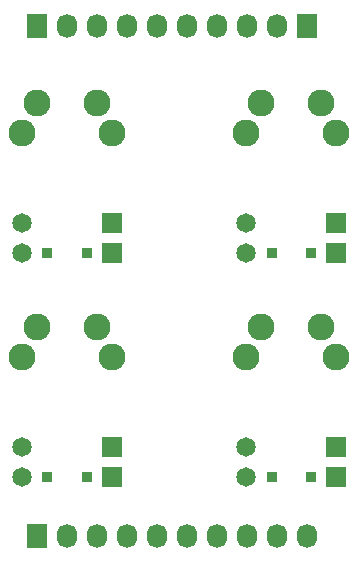
<source format=gts>
G04 #@! TF.FileFunction,Soldermask,Top*
%FSLAX46Y46*%
G04 Gerber Fmt 4.6, Leading zero omitted, Abs format (unit mm)*
G04 Created by KiCad (PCBNEW (after 2015-jan-16 BZR unknown)-brewed_product) date Sunday, March 08, 2015 'PMt' 01:09:04 PM*
%MOMM*%
G01*
G04 APERTURE LIST*
%ADD10C,0.100000*%
%ADD11R,1.727200X2.032000*%
%ADD12O,1.727200X2.032000*%
%ADD13C,2.286000*%
%ADD14C,1.651000*%
%ADD15R,1.651000X1.651000*%
%ADD16R,0.838200X0.838200*%
G04 APERTURE END LIST*
D10*
D11*
X185420000Y-162560000D03*
D12*
X187960000Y-162560000D03*
X190500000Y-162560000D03*
X193040000Y-162560000D03*
X195580000Y-162560000D03*
X198120000Y-162560000D03*
X200660000Y-162560000D03*
X203200000Y-162560000D03*
X205740000Y-162560000D03*
X208280000Y-162560000D03*
D13*
X190540000Y-125920000D03*
X184190000Y-128460000D03*
X191810000Y-128460000D03*
X185460000Y-125920000D03*
D14*
X184190000Y-136080000D03*
D15*
X191810000Y-136080000D03*
D14*
X184190000Y-138620000D03*
D15*
X191810000Y-138620000D03*
D16*
X186336300Y-138620000D03*
X189663700Y-138620000D03*
D13*
X190540000Y-144920000D03*
X184190000Y-147460000D03*
X191810000Y-147460000D03*
X185460000Y-144920000D03*
D14*
X184190000Y-155080000D03*
D15*
X191810000Y-155080000D03*
D14*
X184190000Y-157620000D03*
D15*
X191810000Y-157620000D03*
D16*
X186336300Y-157620000D03*
X189663700Y-157620000D03*
D13*
X209540000Y-125920000D03*
X203190000Y-128460000D03*
X210810000Y-128460000D03*
X204460000Y-125920000D03*
D14*
X203190000Y-136080000D03*
D15*
X210810000Y-136080000D03*
D14*
X203190000Y-138620000D03*
D15*
X210810000Y-138620000D03*
D16*
X205336300Y-138620000D03*
X208663700Y-138620000D03*
D13*
X209540000Y-144920000D03*
X203190000Y-147460000D03*
X210810000Y-147460000D03*
X204460000Y-144920000D03*
D14*
X203190000Y-155080000D03*
D15*
X210810000Y-155080000D03*
D14*
X203190000Y-157620000D03*
D15*
X210810000Y-157620000D03*
D16*
X205336300Y-157620000D03*
X208663700Y-157620000D03*
D11*
X185420000Y-119380000D03*
D12*
X187960000Y-119380000D03*
X190500000Y-119380000D03*
X193040000Y-119380000D03*
D11*
X208280000Y-119380000D03*
D12*
X205740000Y-119380000D03*
X203200000Y-119380000D03*
X200660000Y-119380000D03*
X198120000Y-119380000D03*
X195580000Y-119380000D03*
M02*

</source>
